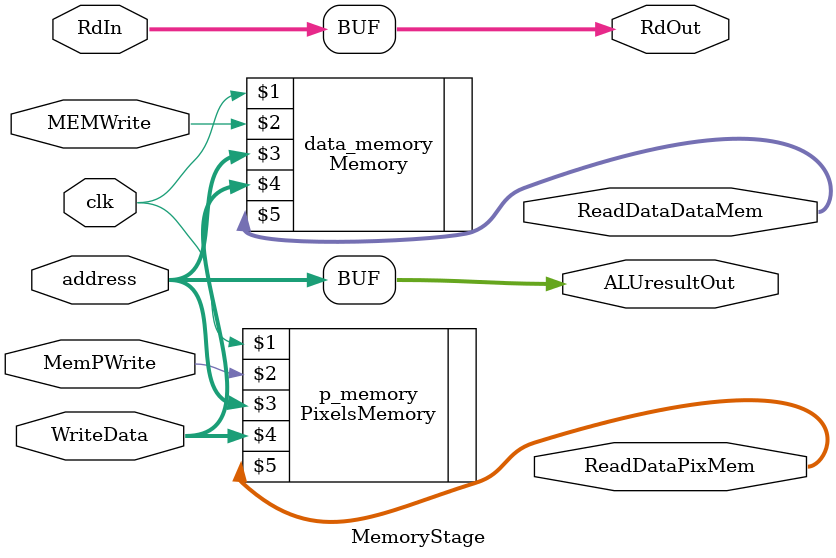
<source format=sv>
/**
*********************************************************************
		Instituto Tecnologico de Costa Rica 
			Ingenieria en Electronica

						MemoryStage
       
		Autores: Esteban Aguero Perez
					Michael Gonzalez Rivera
					Daniela Hernandez Alvarado
					
			Lenguaje: SystemVerilog
					Version: 1.0         
		Ultima Modificacion: 26/09/2018
	
	Entradas:- 6 operando de entrada
				- Clock
				- Bandera de lectura/escritura de memoria de datos
				- Bandera de lectura/escritura de memoria de pixeles
			   - Direccion de lectura/escritura (ambas memorias)
				- Dato a escribir
				- Registro destino (debe salir el mismo dato)
				
	Restricciones:
				- Entradas son de N bits 
	
   Salidas: - Dato leido de la memoria de datos
				- Dato leido de la memoria de pixeles
				- Resultado proveniente de la execute stage
				- Registro destino
            
		Arquitectura de Computadores I 2018
				Prof. Ronald Garcia
*********************************************************************
*/
module MemoryStage #(parameter N = 32) 
						  (input  logic clk, MEMWrite, MemPWrite,
							input  logic [N-1:0] address, WriteData,
							input  logic [3:0]   RdIn,
							output logic [N-1:0] ReadDataDataMem, ReadDataPixMem, ALUresultOut,
							output logic [3:0]   RdOut);
	
	Memory data_memory(clk, MEMWrite, address, WriteData, ReadDataDataMem);
	
	PixelsMemory p_memory(clk, MemPWrite, address, WriteData, ReadDataPixMem);
	
	assign ALUresultOut = address;
	assign RdOut = RdIn;
	
endmodule
</source>
